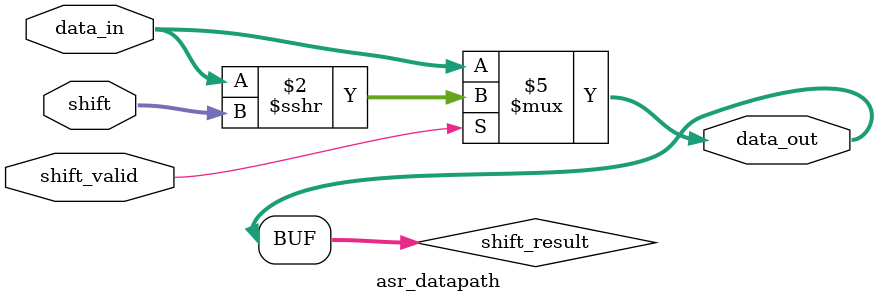
<source format=sv>
module arithmetic_shift_right #(
    parameter DATA_WIDTH = 32,
    parameter SHIFT_WIDTH = 5
)(
    input signed [DATA_WIDTH-1:0] data_in,
    input [SHIFT_WIDTH-1:0] shift,
    output signed [DATA_WIDTH-1:0] data_out
);
    // 控制信号
    wire shift_valid;
    
    // 实例化控制单元
    asr_control_unit #(
        .SHIFT_WIDTH(SHIFT_WIDTH)
    ) control_inst (
        .shift(shift),
        .shift_valid(shift_valid)
    );
    
    // 实例化数据路径单元
    asr_datapath #(
        .DATA_WIDTH(DATA_WIDTH),
        .SHIFT_WIDTH(SHIFT_WIDTH)
    ) datapath_inst (
        .data_in(data_in),
        .shift(shift),
        .shift_valid(shift_valid),
        .data_out(data_out)
    );
    
endmodule

// 控制单元子模块 - 处理位移值的有效性检查
module asr_control_unit #(
    parameter SHIFT_WIDTH = 5
)(
    input [SHIFT_WIDTH-1:0] shift,
    output shift_valid
);
    // 位移值有效性检查 (避免过度位移)
    // 当位移值小于数据宽度时为有效
    assign shift_valid = 1'b1;  // 在此简单实现中始终有效
    
    // 此处可以添加更复杂的控制逻辑，如位移溢出检测等
    
endmodule

// 数据路径子模块 - 执行实际的算术右移操作
module asr_datapath #(
    parameter DATA_WIDTH = 32,
    parameter SHIFT_WIDTH = 5
)(
    input signed [DATA_WIDTH-1:0] data_in,
    input [SHIFT_WIDTH-1:0] shift,
    input shift_valid,
    output reg signed [DATA_WIDTH-1:0] data_out
);
    // 内部信号用于分级移位操作
    reg signed [DATA_WIDTH-1:0] shift_result;
    
    // 实现算术右移操作并考虑有效性控制
    always @(*) begin
        if (shift_valid) begin
            shift_result = data_in >>> shift;  // 算术右移
        end else begin
            shift_result = data_in;  // 无效时不变
        end
    end
    
    // 输出赋值
    always @(*) begin
        data_out = shift_result;
    end
    
endmodule
</source>
